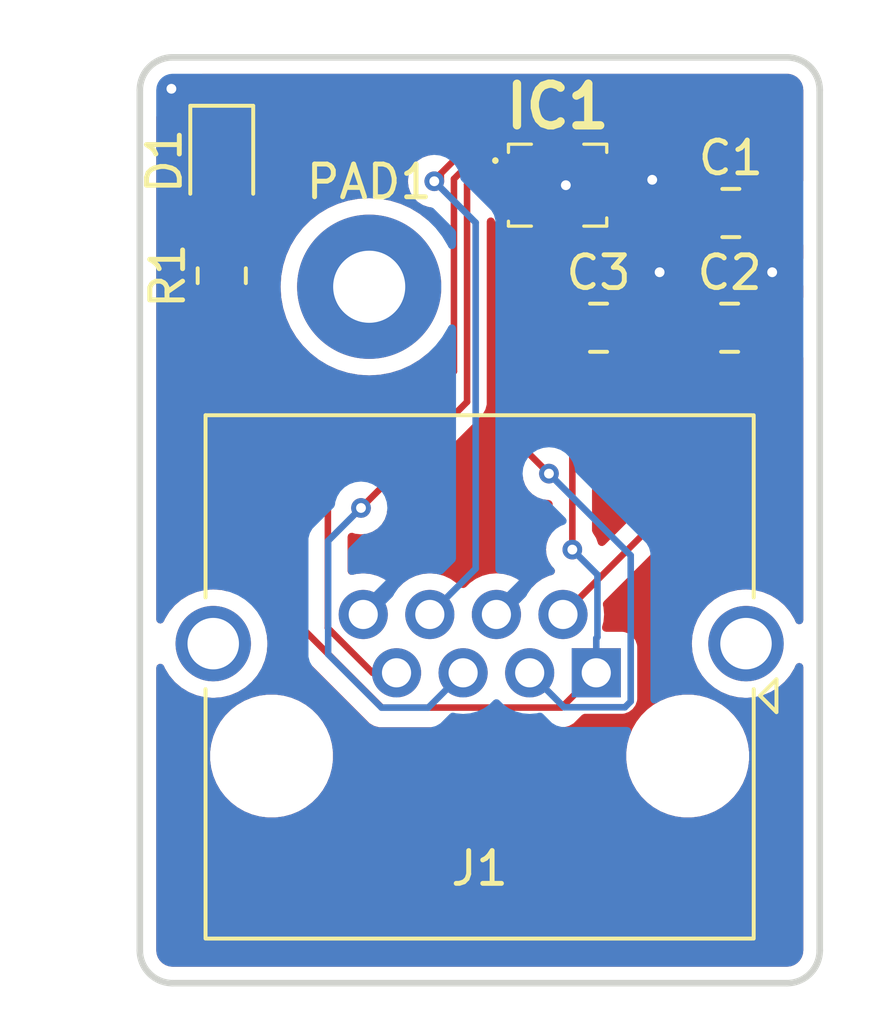
<source format=kicad_pcb>
(kicad_pcb (version 20240108) (generator "pcbnew") (generator_version "8.0")
  (layers (0 "F.Cu" signal) (31 "B.Cu" signal) (34 "B.Paste" user) (35 "F.Paste" user) (36 "B.SilkS" user "B.Silkscreen") (37 "F.SilkS" user "F.Silkscreen") (38 "B.Mask" user) (39 "F.Mask" user) (44 "Edge.Cuts" user))
  (net 0 "")
  (net 1 "GNDPWR")
  (net 5 "/Net-(IC1-VDD)")
  (net 6 "/unconnected-(IC1-INT1_{slash}_INT-Pad4)")
  (net 7 "/unconnected-(IC1-AP_SDA_{slash}_AP_SDIO_{slash}_AP_SDI-Pad14)")
  (net 8 "/unconnected-(IC1-INT2_{slash}_FSYNC_{slash}_CLKIN-Pad9)")
  (net 9 "/unconnected-(IC1-AP_SDO_{slash}_AP_AD0-Pad1)")
  (net 10 "/unconnected-(IC1-AP_CS-Pad12)")
  (net 11 "/unconnected-(IC1-AP_SCL_{slash}_AP_SCLK-Pad13)")
  (net 12 "Net-(D1-A)")
  (footprint "LED_SMD:LED_0805_2012Metric" (layer "F.Cu") (at 143.75 97.9125 -90)
    (property "Reference" "D1" (at 0 1.75 90) (layer "F.SilkS"))
    (property "Value" "LED")
    (fp_line (start -1.685 0.96) (end 1 0.96) (stroke (width 0.12)) (layer "F.SilkS"))
    (fp_line (start -1.685 -0.96) (end -1.685 0.96) (stroke (width 0.12)) (layer "F.SilkS"))
    (fp_line (start 1 -0.96) (end -1.685 -0.96) (stroke (width 0.12)) (layer "F.SilkS"))
    (pad "1" smd roundrect (at -0.9375 0 270) (size 0.975 1.4) (layers "F.Cu" "F.Paste" "F.Mask") (net 1 "GNDPWR"))
    (pad "2" smd roundrect (at 0.9375 0 270) (size 0.975 1.4) (layers "F.Cu" "F.Paste" "F.Mask") (net 12 "Net-(D1-A)"))
  )
  (footprint "Resistor_SMD:R_0805_2012Metric" (layer "F.Cu") (at 143.75 101.4125 90)
    (property "Reference" "R1" (at 0 -1.65 90) (layer "F.SilkS"))
    (property "Value" "47ohm")
    (fp_line (start -0.227064 -0.735) (end 0.227064 -0.735) (stroke (width 0.12)) (layer "F.SilkS"))
    (fp_line (start -0.227064 0.735) (end 0.227064 0.735) (stroke (width 0.12)) (layer "F.SilkS"))
    (pad "1" smd roundrect (at -0.9125 0 90) (size 1.025 1.4) (layers "F.Cu" "F.Paste" "F.Mask") (roundrect_rratio 0.243902) (net 5 "/Net-(IC1-VDD)"))
    (pad "2" smd roundrect (at 0.9125 0 90) (size 1.025 1.4) (layers "F.Cu" "F.Paste" "F.Mask") (roundrect_rratio 0.243902) (net 12 "Net-(D1-A)"))
  )
  (footprint "MountingHole:MountingHole_2.2mm_M2_Pad" (layer "F.Cu") (at 148.25 101.75)
    (property "Reference" "PAD1" (at 0 -3.2 0) (layer "F.SilkS"))
    (property "Value" "MountingHole_2.2mm_M2_Pad")
    (pad "1" thru_hole circle (at 0 0) (size 4.4 4.4) (drill 2.2) (layers "*.Cu" "*.Mask"))
  )
  (footprint "Capacitor_SMD:C_0805_2012Metric_Pad1.18x1.45mm_HandSolder" (layer "F.Cu") (at 155.25 103)
    (property "Reference" "C3" (at 0 -1.68 0) (layer "F.SilkS"))
    (property "Value" "10nF")
    (fp_line (start -0.261252 -0.735) (end 0.261252 -0.735) (stroke (width 0.12)) (layer "F.SilkS"))
    (fp_line (start -0.261252 0.735) (end 0.261252 0.735) (stroke (width 0.12)) (layer "F.SilkS"))
    (pad "1" smd roundrect (at -1.0375 0) (size 1.175 1.45) (layers "F.Cu" "F.Paste" "F.Mask") (roundrect_rratio 0.212766) (net 5 "/Net-(IC1-VDD)"))
    (pad "2" smd roundrect (at 1.0375 0) (size 1.175 1.45) (layers "F.Cu" "F.Paste" "F.Mask") (roundrect_rratio 0.212766) (net 1 "GNDPWR"))
  )
  (footprint "Capacitor_SMD:C_0805_2012Metric_Pad1.18x1.45mm_HandSolder" (layer "F.Cu") (at 159.2875 99.5)
    (property "Reference" "C1" (at 0 -1.68 0) (layer "F.SilkS"))
    (property "Value" "2.2uF")
    (fp_line (start -0.261252 -0.735) (end 0.261252 -0.735) (stroke (width 0.12)) (layer "F.SilkS"))
    (fp_line (start -0.261252 0.735) (end 0.261252 0.735) (stroke (width 0.12)) (layer "F.SilkS"))
    (pad "1" smd roundrect (at -1.0375 0) (size 1.175 1.45) (layers "F.Cu" "F.Paste" "F.Mask") (roundrect_rratio 0.212766) (net 5 "/Net-(IC1-VDD)"))
    (pad "2" smd roundrect (at 1.0375 0) (size 1.175 1.45) (layers "F.Cu" "F.Paste" "F.Mask") (roundrect_rratio 0.212766) (net 1 "GNDPWR"))
  )
  (footprint "KiCad:IIM42352" (layer "F.Cu") (at 154 98.65)
    (property "Reference" "IC1" (at 0 -2.4 0) (layer "F.SilkS") (effects (font (size 1.27 1.27) (thickness 0.254))))
    (property "Value" "ICM-42688-P" (hide yes))
    (fp_line (start -1.9 -0.8) (end -1.9 -0.8) (stroke (width 0.1)) (layer "F.SilkS"))
    (fp_line (start -1.9 -0.7) (end -1.9 -0.7) (stroke (width 0.1)) (layer "F.SilkS"))
    (fp_line (start -1.5 -1.25) (end -0.8 -1.25) (stroke (width 0.1)) (layer "F.SilkS"))
    (fp_line (start -1.5 -1) (end -1.5 -1.25) (stroke (width 0.1)) (layer "F.SilkS"))
    (fp_line (start -1.5 1.1) (end -1.5 1.25) (stroke (width 0.1)) (layer "F.SilkS"))
    (fp_line (start -1.5 1.25) (end -0.8 1.25) (stroke (width 0.1)) (layer "F.SilkS"))
    (fp_line (start 0.8 -1.25) (end 1.5 -1.25) (stroke (width 0.1)) (layer "F.SilkS"))
    (fp_line (start 0.8 1.25) (end 1.5 1.25) (stroke (width 0.1)) (layer "F.SilkS"))
    (fp_line (start 1.5 -1.25) (end 1.5 -1) (stroke (width 0.1)) (layer "F.SilkS"))
    (fp_line (start 1.5 1.25) (end 1.5 1) (stroke (width 0.1)) (layer "F.SilkS"))
    (fp_arc (start -1.9 -0.8) (mid -1.85 -0.75) (end -1.9 -0.7) (stroke (width 0.1)) (layer "F.SilkS"))
    (fp_arc (start -1.9 -0.7) (mid -1.95 -0.75) (end -1.9 -0.8) (stroke (width 0.1)) (layer "F.SilkS"))
    (pad "1" smd rect (at -1.15 -0.75 90) (size 0.3 0.6) (layers "F.Cu" "F.Paste" "F.Mask") (net 9 "/unconnected-(IC1-AP_SDO_{slash}_AP_AD0-Pad1)"))
    (pad "2" smd rect (at -1.15 -0.25 90) (size 0.3 0.6) (layers "F.Cu" "F.Paste" "F.Mask"))
    (pad "3" smd rect (at -1.15 0.25 90) (size 0.3 0.6) (layers "F.Cu" "F.Paste" "F.Mask"))
    (pad "4" smd rect (at -1.15 0.75 90) (size 0.3 0.6) (layers "F.Cu" "F.Paste" "F.Mask") (net 6 "/unconnected-(IC1-INT1_{slash}_INT-Pad4)"))
    (pad "5" smd rect (at -0.5 0.9) (size 0.3 0.6) (layers "F.Cu" "F.Paste" "F.Mask") (net 5 "/Net-(IC1-VDD)"))
    (pad "6" smd rect (at 0 0.9) (size 0.3 0.6) (layers "F.Cu" "F.Paste" "F.Mask") (net 1 "GNDPWR"))
    (pad "7" smd rect (at 0.5 0.9) (size 0.3 0.6) (layers "F.Cu" "F.Paste" "F.Mask") (net 1 "GNDPWR"))
    (pad "8" smd rect (at 1.15 0.75 90) (size 0.3 0.6) (layers "F.Cu" "F.Paste" "F.Mask") (net 5 "/Net-(IC1-VDD)"))
    (pad "9" smd rect (at 1.15 0.25 90) (size 0.3 0.6) (layers "F.Cu" "F.Paste" "F.Mask") (net 8 "/unconnected-(IC1-INT2_{slash}_FSYNC_{slash}_CLKIN-Pad9)"))
    (pad "10" smd rect (at 1.15 -0.25 90) (size 0.3 0.6) (layers "F.Cu" "F.Paste" "F.Mask"))
    (pad "11" smd rect (at 1.15 -0.75 90) (size 0.3 0.6) (layers "F.Cu" "F.Paste" "F.Mask") (net 1 "GNDPWR"))
    (pad "12" smd rect (at 0.5 -0.9) (size 0.3 0.6) (layers "F.Cu" "F.Paste" "F.Mask") (net 10 "/unconnected-(IC1-AP_CS-Pad12)"))
    (pad "13" smd rect (at 0 -0.9) (size 0.3 0.6) (layers "F.Cu" "F.Paste" "F.Mask") (net 11 "/unconnected-(IC1-AP_SCL_{slash}_AP_SCLK-Pad13)"))
    (pad "14" smd rect (at -0.5 -0.9) (size 0.3 0.6) (layers "F.Cu" "F.Paste" "F.Mask") (net 7 "/unconnected-(IC1-AP_SDA_{slash}_AP_SDIO_{slash}_AP_SDI-Pad14)"))
  )
  (footprint "Connector_RJ:RJ45_Amphenol_RJHSE5380" (layer "F.Cu") (at 155.18 113.53 180)
    (property "Reference" "J1" (at 3.56 -5.97 0) (layer "F.SilkS"))
    (property "Value" "RJ45")
    (fp_line (start 11.925 7.86) (end 11.925 2.3) (stroke (width 0.12)) (layer "F.SilkS"))
    (fp_line (start 11.925 -8.11) (end 11.925 -0.5) (stroke (width 0.12)) (layer "F.SilkS"))
    (fp_line (start -4.76 7.86) (end 11.925 7.86) (stroke (width 0.12)) (layer "F.SilkS"))
    (fp_line (start -4.76 -8.11) (end 11.88 -8.11) (stroke (width 0.12)) (layer "F.SilkS"))
    (fp_line (start -4.805 7.86) (end -4.805 2.3) (stroke (width 0.12)) (layer "F.SilkS"))
    (fp_line (start -4.805 -8.11) (end -4.805 -0.5) (stroke (width 0.12)) (layer "F.SilkS"))
    (fp_line (start -5 -0.7) (end -5.5 -0.2) (stroke (width 0.12)) (layer "F.SilkS"))
    (fp_line (start -5.5 -0.2) (end -5.5 -1.2) (stroke (width 0.12)) (layer "F.SilkS"))
    (fp_line (start -5.5 -1.2) (end -5 -0.7) (stroke (width 0.12)) (layer "F.SilkS"))
    (pad "" np_thru_hole circle (at -2.79 -2.54 180) (size 3.25 3.25) (drill 3.25) (layers "*.Cu" "*.Mask"))
    (pad "" np_thru_hole circle (at 9.91 -2.54 180) (size 3.25 3.25) (drill 3.25) (layers "*.Cu" "*.Mask"))
    (pad "1" thru_hole rect (at 0 0 180) (size 1.5 1.5) (drill 0.89) (layers "*.Cu" "*.Mask") (net 5 "/Net-(IC1-VDD)"))
    (pad "2" thru_hole circle (at 1.016 1.78 180) (size 1.5 1.5) (drill 0.89) (layers "*.Cu" "*.Mask") (net 10 "/unconnected-(IC1-AP_CS-Pad12)"))
    (pad "3" thru_hole circle (at 2.032 0 180) (size 1.5 1.5) (drill 0.89) (layers "*.Cu" "*.Mask") (net 6 "/unconnected-(IC1-INT1_{slash}_INT-Pad4)"))
    (pad "4" thru_hole circle (at 3.048 1.78 180) (size 1.5 1.5) (drill 0.89) (layers "*.Cu" "*.Mask") (net 1 "GNDPWR"))
    (pad "5" thru_hole circle (at 4.064 0 180) (size 1.5 1.5) (drill 0.89) (layers "*.Cu" "*.Mask") (net 9 "/unconnected-(IC1-AP_SDO_{slash}_AP_AD0-Pad1)"))
    (pad "6" thru_hole circle (at 5.08 1.78 180) (size 1.5 1.5) (drill 0.89) (layers "*.Cu" "*.Mask") (net 11 "/unconnected-(IC1-AP_SCL_{slash}_AP_SCLK-Pad13)"))
    (pad "7" thru_hole circle (at 6.096 0 180) (size 1.5 1.5) (drill 0.89) (layers "*.Cu" "*.Mask") (net 7 "/unconnected-(IC1-AP_SDA_{slash}_AP_SDIO_{slash}_AP_SDI-Pad14)"))
    (pad "8" thru_hole circle (at 7.112 1.78 180) (size 1.5 1.5) (drill 0.89) (layers "*.Cu" "*.Mask") (net 1 "GNDPWR"))
    (pad "SH" thru_hole circle (at -4.57 0.89 180) (size 2.3 2.3) (drill 1.57) (layers "*.Cu" "*.Mask"))
    (pad "SH" thru_hole circle (at 11.69 0.89 180) (size 2.3 2.3) (drill 1.57) (layers "*.Cu" "*.Mask"))
  )
  (footprint "Capacitor_SMD:C_0805_2012Metric_Pad1.18x1.45mm_HandSolder" (layer "F.Cu") (at 159.25 103)
    (property "Reference" "C2" (at 0 -1.68 0) (layer "F.SilkS"))
    (property "Value" "0.1uF")
    (fp_line (start -0.261252 -0.735) (end 0.261252 -0.735) (stroke (width 0.12)) (layer "F.SilkS"))
    (fp_line (start -0.261252 0.735) (end 0.261252 0.735) (stroke (width 0.12)) (layer "F.SilkS"))
    (pad "1" smd roundrect (at -1.0375 0) (size 1.175 1.45) (layers "F.Cu" "F.Paste" "F.Mask") (roundrect_rratio 0.212766) (net 5 "/Net-(IC1-VDD)"))
    (pad "2" smd roundrect (at 1.0375 0) (size 1.175 1.45) (layers "F.Cu" "F.Paste" "F.Mask") (roundrect_rratio 0.212766) (net 1 "GNDPWR"))
  )
  (gr_line (start 161 123) (end 142.25 123) (stroke (width 0.2)) (layer "Edge.Cuts"))
  (gr_arc (start 162 122) (mid 161.707107 122.707107) (end 161 123) (stroke (width 0.2)) (layer "Edge.Cuts"))
  (gr_line (start 141.25 122) (end 141.25 95.75) (stroke (width 0.2)) (layer "Edge.Cuts"))
  (gr_line (start 142.25 94.75) (end 161 94.75) (stroke (width 0.2)) (layer "Edge.Cuts"))
  (gr_line (start 162 95.75) (end 162 122) (stroke (width 0.2)) (layer "Edge.Cuts"))
  (gr_arc (start 142.25 123) (mid 141.542893 122.707107) (end 141.25 122) (stroke (width 0.2)) (layer "Edge.Cuts"))
  (gr_arc (start 161 94.75) (mid 161.707107 95.042893) (end 162 95.75) (stroke (width 0.2)) (layer "Edge.Cuts"))
  (gr_arc (start 141.25 95.75) (mid 141.542893 95.042893) (end 142.25 94.75) (stroke (width 0.2)) (layer "Edge.Cuts"))
  (segment (start 154.5 99.55) (end 154.5 98.9483) (width 0.2) (layer "F.Cu") (net 1))
  (segment (start 157.1135 101.307) (end 156.2875 102.133) (width 0.2) (layer "F.Cu") (net 1))
  (segment (start 160.5487 101.307) (end 160.2875 101.5682) (width 0.2) (layer "F.Cu") (net 1))
  (segment (start 156.2875 102.133) (end 156.2875 103) (width 0.2) (layer "F.Cu") (net 1))
  (segment (start 160.5487 101.307) (end 160.325 101.0833) (width 0.2) (layer "F.Cu") (net 1))
  (segment (start 154 99.55) (end 154 98.9483) (width 0.2) (layer "F.Cu") (net 1))
  (segment (start 156.888 98.4861) (end 156.3019 97.9) (width 0.2) (layer "F.Cu") (net 1))
  (segment (start 154 98.9483) (end 154.2512 98.9483) (width 0.2) (layer "F.Cu") (net 1))
  (segment (start 160.2875 101.5682) (end 160.2875 103) (width 0.2) (layer "F.Cu") (net 1))
  (segment (start 154.2512 98.9483) (end 154.5 98.9483) (width 0.2) (layer "F.Cu") (net 1))
  (segment (start 154.2512 98.9483) (end 154.2512 98.6512) (width 0.2) (layer "F.Cu") (net 1))
  (segment (start 142.2133 95.709) (end 142.484 95.709) (width 0.2) (layer "F.Cu") (net 1))
  (segment (start 142.484 95.709) (end 143.75 96.975) (width 0.2) (layer "F.Cu") (net 1))
  (segment (start 160.325 101.0833) (end 160.325 99.5) (width 0.2) (layer "F.Cu") (net 1))
  (segment (start 156.3019 97.9) (end 155.15 97.9) (width 0.2) (layer "F.Cu") (net 1))
  (via (at 160.5487 101.307) (size 0.6) (drill 0.3) (layers "F.Cu" "B.Cu") (net 1))
  (via (at 157.1135 101.307) (size 0.6) (drill 0.3) (layers "F.Cu" "B.Cu") (net 1))
  (via (at 154.2512 98.6512) (size 0.6) (drill 0.3) (layers "F.Cu" "B.Cu") (net 1))
  (via (at 142.2133 95.709) (size 0.6) (drill 0.3) (layers "F.Cu" "B.Cu") (net 1))
  (via (at 156.888 98.4861) (size 0.6) (drill 0.3) (layers "F.Cu" "B.Cu") (net 1))
  (segment (start 154.2125 103) (end 154.2661 102.9464) (width 0.2) (layer "F.Cu") (net 5))
  (segment (start 143.75 109.7085) (end 143.75 102.325) (width 0.2) (layer "F.Cu") (net 5))
  (segment (start 155.15 99.4) (end 155.2875 99.5375) (width 0.2) (layer "F.Cu") (net 5))
  (segment (start 158.2125 103) (end 158.2125 99.5375) (width 0.2) (layer "F.Cu") (net 5))
  (segment (start 154.2125 103) (end 154.4499 103.2374) (width 0.2) (layer "F.Cu") (net 5))
  (segment (start 155.15 99.5375) (end 155.15 100.18335) (width 0.2) (layer "F.Cu") (net 5))
  (segment (start 154.2661 102.9464) (end 154.2661 100.7007) (width 0.2) (layer "F.Cu") (net 5))
  (segment (start 155.15 100.18335) (end 154.63275 100.7006) (width 0.2) (layer "F.Cu") (net 5))
  (segment (start 154.2661 100.7006) (end 154.0489 100.7006) (width 0.2) (layer "F.Cu") (net 5))
  (segment (start 154.4499 103.2374) (end 154.4499 109.771) (width 0.2) (layer "F.Cu") (net 5))
  (segment (start 155.15 99.4) (end 155.15 99.5375) (width 0.2) (layer "F.Cu") (net 5))
  (segment (start 158.2125 99.5375) (end 158.25 99.5) (width 0.2) (layer "F.Cu") (net 5))
  (segment (start 148.6324 114.5909) (end 143.75 109.7085) (width 0.2) (layer "F.Cu") (net 5))
  (segment (start 155.18 113.53) (end 154.1191 114.5909) (width 0.2) (layer "F.Cu") (net 5))
  (segment (start 154.2661 100.7007) (end 154.2661 100.7006) (width 0.2) (layer "F.Cu") (net 5))
  (segment (start 154.0489 100.7006) (end 153.5 100.1517) (width 0.2) (layer "F.Cu") (net 5))
  (segment (start 154.63275 100.7006) (end 154.2661 100.7006) (width 0.2) (layer "F.Cu") (net 5))
  (segment (start 153.5 100.1517) (end 153.5 99.55) (width 0.2) (layer "F.Cu") (net 5))
  (segment (start 155.2875 99.5375) (end 158.2125 99.5375) (width 0.2) (layer "F.Cu") (net 5))
  (segment (start 154.1191 114.5909) (end 148.6324 114.5909) (width 0.2) (layer "F.Cu") (net 5))
  (via (at 154.4499 109.771) (size 0.6) (drill 0.3) (layers "F.Cu" "B.Cu") (net 5))
  (segment (start 155.18 112.4783) (end 155.2157 112.4426) (width 0.2) (layer "B.Cu") (net 5))
  (segment (start 155.2157 110.5368) (end 154.4499 109.771) (width 0.2) (layer "B.Cu") (net 5))
  (segment (start 155.18 113.53) (end 155.18 112.4783) (width 0.2) (layer "B.Cu") (net 5))
  (segment (start 155.2157 112.4426) (end 155.2157 110.5368) (width 0.2) (layer "B.Cu") (net 5))
  (segment (start 153.7358 107.4525) (end 152.85 106.5667) (width 0.2) (layer "F.Cu") (net 6))
  (segment (start 152.85 106.5667) (end 152.85 99.4) (width 0.2) (layer "F.Cu") (net 6))
  (via (at 153.7358 107.4525) (size 0.6) (drill 0.3) (layers "F.Cu" "B.Cu") (net 6))
  (segment (start 156.2317 109.9484) (end 153.7358 107.4525) (width 0.2) (layer "B.Cu") (net 6))
  (segment (start 156.055 114.5817) (end 156.2317 114.405) (width 0.2) (layer "B.Cu") (net 6))
  (segment (start 153.148 113.53) (end 154.1997 114.5817) (width 0.2) (layer "B.Cu") (net 6))
  (segment (start 156.2317 114.405) (end 156.2317 109.9484) (width 0.2) (layer "B.Cu") (net 6))
  (segment (start 154.1997 114.5817) (end 156.055 114.5817) (width 0.2) (layer "B.Cu") (net 6))
  (segment (start 148.3535 113.53) (end 146.9888 112.1653) (width 0.2) (layer "F.Cu") (net 7))
  (segment (start 146.9888 112.1653) (end 146.9888 108.1808) (width 0.2) (layer "F.Cu") (net 7))
  (segment (start 150.8364 104.3332) (end 150.8364 98.4597) (width 0.2) (layer "F.Cu") (net 7))
  (segment (start 146.9888 108.1808) (end 150.8364 104.3332) (width 0.2) (layer "F.Cu") (net 7))
  (segment (start 153.5 97.75) (end 153.5 97.1483) (width 0.2) (layer "F.Cu") (net 7))
  (segment (start 152.1478 97.1483) (end 153.5 97.1483) (width 0.2) (layer "F.Cu") (net 7))
  (segment (start 149.084 113.53) (end 148.3535 113.53) (width 0.2) (layer "F.Cu") (net 7))
  (segment (start 150.8364 98.4597) (end 152.1478 97.1483) (width 0.2) (layer "F.Cu") (net 7))
  (segment (start 148 108.5) (end 151.2364 105.2636) (width 0.2) (layer "F.Cu") (net 9))
  (segment (start 151.2364 105.2636) (end 151.2364 98.625386) (width 0.2) (layer "F.Cu") (net 9))
  (segment (start 151.2364 98.625386) (end 151.961786 97.9) (width 0.2) (layer "F.Cu") (net 9))
  (segment (start 151.961786 97.9) (end 152.85 97.9) (width 0.2) (layer "F.Cu") (net 9))
  (via (at 148 108.5) (size 0.6) (drill 0.3) (layers "F.Cu" "B.Cu") (net 9))
  (segment (start 148 108.5) (end 146.9966 109.5034) (width 0.2) (layer "B.Cu") (net 9))
  (segment (start 146.9966 109.5034) (end 146.9966 112.9623) (width 0.2) (layer "B.Cu") (net 9))
  (segment (start 150.0527 114.5933) (end 151.116 113.53) (width 0.2) (layer "B.Cu") (net 9))
  (segment (start 146.9966 112.9623) (end 148.6276 114.5933) (width 0.2) (layer "B.Cu") (net 9))
  (segment (start 148.6276 114.5933) (end 150.0527 114.5933) (width 0.2) (layer "B.Cu") (net 9))
  (segment (start 159.1523 98.7847) (end 157.8024 97.4348) (width 0.2) (layer "F.Cu") (net 10))
  (segment (start 154.164 111.75) (end 159.1523 106.7617) (width 0.2) (layer "F.Cu") (net 10))
  (segment (start 157.8024 97.4348) (end 154.7363 97.4348) (width 0.2) (layer "F.Cu") (net 10))
  (segment (start 154.7363 97.4348) (end 154.5 97.6711) (width 0.2) (layer "F.Cu") (net 10))
  (segment (start 159.1523 106.7617) (end 159.1523 98.7847) (width 0.2) (layer "F.Cu") (net 10))
  (segment (start 154.5 97.6711) (end 154.5 97.75) (width 0.2) (layer "F.Cu") (net 10))
  (segment (start 150.4364 98.531068) (end 150.4364 98.294014) (width 0.2) (layer "F.Cu") (net 11))
  (segment (start 153.665685 96.7483) (end 154 97.082615) (width 0.2) (layer "F.Cu") (net 11))
  (segment (start 154 97.082615) (end 154 97.75) (width 0.2) (layer "F.Cu") (net 11))
  (segment (start 150.4364 98.294014) (end 151.982114 96.7483) (width 0.2) (layer "F.Cu") (net 11))
  (segment (start 151.982114 96.7483) (end 153.665685 96.7483) (width 0.2) (layer "F.Cu") (net 11))
  (segment (start 150.2364 98.531068) (end 150.4364 98.531068) (width 0.2) (layer "F.Cu") (net 11))
  (via (at 150.2364 98.531068) (size 0.6) (drill 0.3) (layers "F.Cu" "B.Cu") (net 11))
  (segment (start 151.5 99.794668) (end 151.5 110.35) (width 0.2) (layer "B.Cu") (net 11))
  (segment (start 151.5 110.35) (end 150.1 111.75) (width 0.2) (layer "B.Cu") (net 11))
  (segment (start 150.2364 98.531068) (end 151.5 99.794668) (width 0.2) (layer "B.Cu") (net 11))
  (segment (start 143.75 100.5) (end 143.75 98.85) (width 0.2) (layer "F.Cu") (net 12))
  (zone (net 0) (net_name "") (layer "F.Cu") (priority 1) (connect_pads (clearance 0.5)) (min_thickness 0.25) (fill yes (thermal_gap 0.5) (thermal_bridge_width 0.5) (island_removal_mode 1) (island_area_min 10))
    (polygon (pts (xy 139.75 93) (xy 164.25 93) (xy 164.25 124.25) (xy 139.75 124.25)))
  )
  (zone (net 1) (net_name "GNDPWR") (layer "B.Cu") (connect_pads (clearance 0.5)) (min_thickness 0.25) (fill yes (thermal_gap 0.5) (thermal_bridge_width 0.5))
    (polygon (pts (xy 140.5 94) (xy 163.25 94) (xy 163 123.75) (xy 140.5 123.5)))
  )
)
</source>
